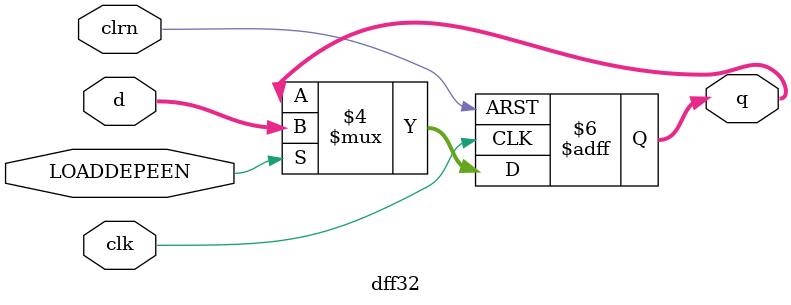
<source format=v>
`timescale 1ns / 1ps
module dff32(d,clk,clrn,q,LOADDEPEEN
    );
	 input [31:0] d;
	 input clk,clrn,LOADDEPEEN;
	 output [31:0] q;
    reg [31:0] q;
    always @ (negedge clrn or posedge clk)
	 if(clrn==0)
	     begin
		      q<=0;
		  end
    else	
        begin
			if(LOADDEPEEN==1)//仅在没有LOAD相关时才打入
				begin	      
		      		q<=d;
				end
		  end	 
endmodule
</source>
